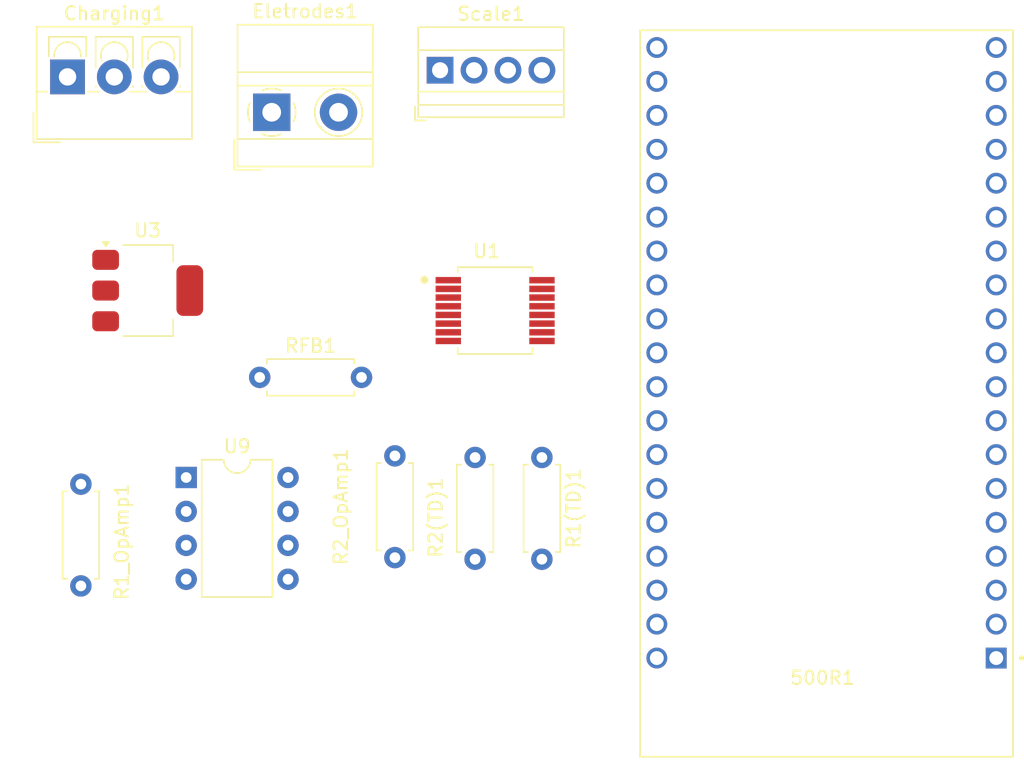
<source format=kicad_pcb>
(kicad_pcb (version 20240108) (generator "pcbnew") (generator_version "8.0")
  (layers (0 "F.Cu" signal) (31 "B.Cu" power) (34 "B.Paste" user) (35 "F.Paste" user) (36 "B.SilkS" user "B.Silkscreen") (37 "F.SilkS" user "F.Silkscreen") (38 "B.Mask" user) (39 "F.Mask" user) (44 "Edge.Cuts" user))
  (net 0 "")
  (net 1 "Net-(U1-RFB)")
  (net 2 "Eletrode 2(receiver)")
  (net 3 "Eletrode 1(transmitter)")
  (net 4 "Vout(OpAmp)")
  (net 5 "DT_HX711")
  (net 6 "+9V")
  (net 7 "CLK_HX711")
  (net 8 "GND")
  (net 9 "-9V")
  (net 10 "VDD")
  (net 11 "Net-(U9-+)")
  (net 12 "Net-(U9--)")
  (net 16 "SCL")
  (net 17 "SDA")
  (footprint "Package_DIP:DIP-8_W7.62mm" (layer "F.Cu") (at 92.88 89)
    (property "Reference" "U9" (at 3.81 -2.33 0) (layer "F.SilkS"))
    (property "Value" "TL081")
    (fp_line (start 1.16 -1.33) (end 1.16 8.95) (stroke (width 0.12)) (layer "F.SilkS"))
    (fp_line (start 1.16 8.95) (end 6.46 8.95) (stroke (width 0.12)) (layer "F.SilkS"))
    (fp_line (start 2.81 -1.33) (end 1.16 -1.33) (stroke (width 0.12)) (layer "F.SilkS"))
    (fp_line (start 6.46 -1.33) (end 4.81 -1.33) (stroke (width 0.12)) (layer "F.SilkS"))
    (fp_line (start 6.46 8.95) (end 6.46 -1.33) (stroke (width 0.12)) (layer "F.SilkS"))
    (fp_arc (start 4.81 -1.33) (mid 3.81 -0.33) (end 2.81 -1.33) (stroke (width 0.12)) (layer "F.SilkS"))
    (pad "1" thru_hole rect (at 0 0) (size 1.6 1.6) (drill 0.8) (layers "*.Cu" "*.Mask"))
    (pad "2" thru_hole oval (at 0 2.54) (size 1.6 1.6) (drill 0.8) (layers "*.Cu" "*.Mask") (net 12 "Net-(U9--)"))
    (pad "3" thru_hole oval (at 0 5.08) (size 1.6 1.6) (drill 0.8) (layers "*.Cu" "*.Mask") (net 11 "Net-(U9-+)"))
    (pad "4" thru_hole oval (at 0 7.62) (size 1.6 1.6) (drill 0.8) (layers "*.Cu" "*.Mask") (net 9 "-9V"))
    (pad "5" thru_hole oval (at 7.62 7.62) (size 1.6 1.6) (drill 0.8) (layers "*.Cu" "*.Mask"))
    (pad "6" thru_hole oval (at 7.62 5.08) (size 1.6 1.6) (drill 0.8) (layers "*.Cu" "*.Mask") (net 4 "Vout(OpAmp)"))
    (pad "7" thru_hole oval (at 7.62 2.54) (size 1.6 1.6) (drill 0.8) (layers "*.Cu" "*.Mask") (net 6 "+9V"))
    (pad "8" thru_hole oval (at 7.62 0) (size 1.6 1.6) (drill 0.8) (layers "*.Cu" "*.Mask"))
  )
  (footprint "Resistor_THT:R_Axial_DIN0207_L6.3mm_D2.5mm_P7.62mm_Horizontal" (layer "F.Cu") (at 98.38 81.5)
    (property "Reference" "RFB1" (at 3.81 -2.37 0) (layer "F.SilkS"))
    (property "Value" "500R")
    (fp_line (start 0.54 -1.37) (end 7.08 -1.37) (stroke (width 0.12)) (layer "F.SilkS"))
    (fp_line (start 0.54 -1.04) (end 0.54 -1.37) (stroke (width 0.12)) (layer "F.SilkS"))
    (fp_line (start 0.54 1.04) (end 0.54 1.37) (stroke (width 0.12)) (layer "F.SilkS"))
    (fp_line (start 0.54 1.37) (end 7.08 1.37) (stroke (width 0.12)) (layer "F.SilkS"))
    (fp_line (start 7.08 -1.37) (end 7.08 -1.04) (stroke (width 0.12)) (layer "F.SilkS"))
    (fp_line (start 7.08 1.37) (end 7.08 1.04) (stroke (width 0.12)) (layer "F.SilkS"))
    (pad "1" thru_hole circle (at 0 0) (size 1.6 1.6) (drill 0.8) (layers "*.Cu" "*.Mask") (net 1 "Net-(U1-RFB)"))
    (pad "2" thru_hole oval (at 7.62 0) (size 1.6 1.6) (drill 0.8) (layers "*.Cu" "*.Mask") (net 2 "Eletrode 2(receiver)"))
  )
  (footprint "AD5933:SOP65P780X200-16N" (layer "F.Cu") (at 116 76.5)
    (property "Reference" "U1" (at -0.63514 -4.44604 0) (layer "F.SilkS") (effects (font (size 1.000236 1.000236))))
    (property "Value" "AD5933")
    (fp_line (start -2.8 -3.25) (end 2.8 -3.25) (stroke (width 0.127)) (layer "F.SilkS"))
    (fp_line (start -2.8 -2.9) (end -2.8 -3.25) (stroke (width 0.127)) (layer "F.SilkS"))
    (fp_line (start -2.8 3.25) (end -2.8 2.8) (stroke (width 0.127)) (layer "F.SilkS"))
    (fp_line (start -2.8 3.25) (end 2.8 3.25) (stroke (width 0.127)) (layer "F.SilkS"))
    (fp_line (start 2.8 -3.25) (end 2.8 -2.9) (stroke (width 0.127)) (layer "F.SilkS"))
    (fp_line (start 2.8 3.25) (end 2.8 2.8) (stroke (width 0.127)) (layer "F.SilkS"))
    (fp_circle (center -5.3 -2.3) (end -5.15 -2.3) (stroke (width 0.3)) (fill none) (layer "F.SilkS"))
    (pad "1" smd rect (at -3.505 -2.275) (size 1.9 0.48) (layers "F.Cu" "F.Paste" "F.Mask"))
    (pad "2" smd rect (at -3.505 -1.625) (size 1.9 0.48) (layers "F.Cu" "F.Paste" "F.Mask"))
    (pad "3" smd rect (at -3.505 -0.975) (size 1.9 0.48) (layers "F.Cu" "F.Paste" "F.Mask"))
    (pad "4" smd rect (at -3.505 -0.325) (size 1.9 0.48) (layers "F.Cu" "F.Paste" "F.Mask") (net 1 "Net-(U1-RFB)"))
    (pad "5" smd rect (at -3.505 0.325) (size 1.9 0.48) (layers "F.Cu" "F.Paste" "F.Mask") (net 2 "Eletrode 2(receiver)"))
    (pad "6" smd rect (at -3.505 0.975) (size 1.9 0.48) (layers "F.Cu" "F.Paste" "F.Mask") (net 3 "Eletrode 1(transmitter)"))
    (pad "7" smd rect (at -3.505 1.625) (size 1.9 0.48) (layers "F.Cu" "F.Paste" "F.Mask"))
    (pad "8" smd rect (at -3.505 2.275) (size 1.9 0.48) (layers "F.Cu" "F.Paste" "F.Mask"))
    (pad "9" smd rect (at 3.505 2.275) (size 1.9 0.48) (layers "F.Cu" "F.Paste" "F.Mask") (net 10 "VDD"))
    (pad "10" smd rect (at 3.505 1.625) (size 1.9 0.48) (layers "F.Cu" "F.Paste" "F.Mask") (net 10 "VDD"))
    (pad "11" smd rect (at 3.505 0.975) (size 1.9 0.48) (layers "F.Cu" "F.Paste" "F.Mask") (net 10 "VDD"))
    (pad "12" smd rect (at 3.505 0.325) (size 1.9 0.48) (layers "F.Cu" "F.Paste" "F.Mask") (net 8 "GND"))
    (pad "13" smd rect (at 3.505 -0.325) (size 1.9 0.48) (layers "F.Cu" "F.Paste" "F.Mask") (net 8 "GND"))
    (pad "14" smd rect (at 3.505 -0.975) (size 1.9 0.48) (layers "F.Cu" "F.Paste" "F.Mask") (net 8 "GND"))
    (pad "15" smd rect (at 3.505 -1.625) (size 1.9 0.48) (layers "F.Cu" "F.Paste" "F.Mask") (net 17 "SDA"))
    (pad "16" smd rect (at 3.505 -2.275) (size 1.9 0.48) (layers "F.Cu" "F.Paste" "F.Mask") (net 16 "SCL"))
  )
  (footprint "TerminalBlock_4Ucon:TerminalBlock_4Ucon_1x03_P3.50mm_Vertical" (layer "F.Cu") (at 84 59)
    (property "Reference" "Charging1" (at 3.5 -4.76 0) (layer "F.SilkS"))
    (property "Value" "Screw_Terminal_01x03")
    (fp_line (start -2.55 2.66) (end -2.55 4.9) (stroke (width 0.12)) (layer "F.SilkS"))
    (fp_line (start -2.55 4.9) (end -0.55 4.9) (stroke (width 0.12)) (layer "F.SilkS"))
    (fp_line (start -2.31 -3.76) (end -2.31 4.66) (stroke (width 0.12)) (layer "F.SilkS"))
    (fp_line (start -2.31 -3.76) (end 9.31 -3.76) (stroke (width 0.12)) (layer "F.SilkS"))
    (fp_line (start -2.31 1.101) (end -1.54 1.101) (stroke (width 0.12)) (layer "F.SilkS"))
    (fp_line (start -2.31 4.66) (end 9.31 4.66) (stroke (width 0.12)) (layer "F.SilkS"))
    (fp_line (start -1.4 -3) (end -1.4 -1.54) (stroke (width 0.12)) (layer "F.SilkS"))
    (fp_line (start -1.4 -3) (end 1.4 -3) (stroke (width 0.12)) (layer "F.SilkS"))
    (fp_line (start 1.4 -3) (end 1.4 -1.54) (stroke (width 0.12)) (layer "F.SilkS"))
    (fp_line (start 1.54 1.101) (end 2.367 1.101) (stroke (width 0.12)) (layer "F.SilkS"))
    (fp_line (start 2.1 -3) (end 2.1 -0.689) (stroke (width 0.12)) (layer "F.SilkS"))
    (fp_line (start 2.1 -3) (end 4.9 -3) (stroke (width 0.12)) (layer "F.SilkS"))
    (fp_line (start 2.1 0.689) (end 2.1 0.75) (stroke (width 0.12)) (layer "F.SilkS"))
    (fp_line (start 2.1 0.75) (end 2.101 0.75) (stroke (width 0.12)) (layer "F.SilkS"))
    (fp_line (start 4.634 1.101) (end 5.867 1.101) (stroke (width 0.12)) (layer "F.SilkS"))
    (fp_line (start 4.9 -3) (end 4.9 -0.689) (stroke (width 0.12)) (layer "F.SilkS"))
    (fp_line (start 4.9 0.689) (end 4.9 0.75) (stroke (width 0.12)) (layer "F.SilkS"))
    (fp_line (start 4.9 0.75) (end 4.9 0.75) (stroke (width 0.12)) (layer "F.SilkS"))
    (fp_line (start 5.6 -3) (end 5.6 -0.689) (stroke (width 0.12)) (layer "F.SilkS"))
    (fp_line (start 5.6 -3) (end 8.4 -3) (stroke (width 0.12)) (layer "F.SilkS"))
    (fp_line (start 5.6 0.689) (end 5.6 0.75) (stroke (width 0.12)) (layer "F.SilkS"))
    (fp_line (start 5.6 0.75) (end 5.601 0.75) (stroke (width 0.12)) (layer "F.SilkS"))
    (fp_line (start 8.134 1.101) (end 9.31 1.101) (stroke (width 0.12)) (layer "F.SilkS"))
    (fp_line (start 8.4 -3) (end 8.4 -0.689) (stroke (width 0.12)) (layer "F.SilkS"))
    (fp_line (start 8.4 0.689) (end 8.4 0.75) (stroke (width 0.12)) (layer "F.SilkS"))
    (fp_line (start 8.4 0.75) (end 8.4 0.75) (stroke (width 0.12)) (layer "F.SilkS"))
    (fp_line (start 9.31 -3.76) (end 9.31 4.66) (stroke (width 0.12)) (layer "F.SilkS"))
    (fp_arc (start -0.99789 -1.529434) (mid -0.000785 -2.600382) (end 0.998 -1.531) (stroke (width 0.12)) (layer "F.SilkS"))
    (fp_arc (start 2.560085 -1.257767) (mid 3.499876 -2.600282) (end 4.44 -1.258) (stroke (width 0.12)) (layer "F.SilkS"))
    (fp_arc (start 6.060085 -1.257767) (mid 6.999876 -2.600282) (end 7.94 -1.258) (stroke (width 0.12)) (layer "F.SilkS"))
    (pad "1" thru_hole rect (at 0 0) (size 2.6 2.6) (drill 1.3) (layers "*.Cu" "*.Mask") (net 6 "+9V"))
    (pad "2" thru_hole circle (at 3.5 0) (size 2.6 2.6) (drill 1.3) (layers "*.Cu" "*.Mask") (net 8 "GND"))
    (pad "3" thru_hole circle (at 7 0) (size 2.6 2.6) (drill 1.3) (layers "*.Cu" "*.Mask") (net 9 "-9V"))
  )
  (footprint "Package_TO_SOT_SMD:SOT-223-3_TabPin2" (layer "F.Cu") (at 90 75)
    (property "Reference" "U3" (at 0 -4.5 0) (layer "F.SilkS"))
    (property "Value" "AMS1117-2.85")
    (fp_line (start -1.85 -3.41) (end 1.91 -3.41) (stroke (width 0.12)) (layer "F.SilkS"))
    (fp_line (start -1.85 3.41) (end 1.91 3.41) (stroke (width 0.12)) (layer "F.SilkS"))
    (fp_line (start 1.91 -3.41) (end 1.91 -2.15) (stroke (width 0.12)) (layer "F.SilkS"))
    (fp_line (start 1.91 3.41) (end 1.91 2.15) (stroke (width 0.12)) (layer "F.SilkS"))
    (fp_poly (pts (xy -3.13 -3.31) (xy -3.37 -3.64) (xy -2.89 -3.64) (xy -3.13 -3.31)) (stroke (width 0.12)) (fill solid) (layer "F.SilkS"))
    (pad "1" smd roundrect (at -3.15 -2.3) (size 2 1.5) (layers "F.Cu" "F.Paste" "F.Mask") (net 8 "GND"))
    (pad "2" smd roundrect (at -3.15 0) (size 2 1.5) (layers "F.Cu" "F.Paste" "F.Mask") (net 10 "VDD"))
    (pad "2" smd roundrect (at 3.15 0) (size 2 3.8) (layers "F.Cu" "F.Paste" "F.Mask") (net 10 "VDD"))
    (pad "3" smd roundrect (at -3.15 2.3) (size 2 1.5) (layers "F.Cu" "F.Paste" "F.Mask") (net 6 "+9V"))
  )
  (footprint "TerminalBlock_MetzConnect:TerminalBlock_MetzConnect_Type011_RT05502HBWC_1x02_P5.00mm_Horizontal" (layer "F.Cu") (at 99.28 61.65)
    (property "Reference" "Eletrodes1" (at 2.5 -7.56 0) (layer "F.SilkS"))
    (property "Value" "Screw_Terminal_01x02")
    (fp_line (start -2.8 2.06) (end -2.8 4.3) (stroke (width 0.12)) (layer "F.SilkS"))
    (fp_line (start -2.8 4.3) (end -0.8 4.3) (stroke (width 0.12)) (layer "F.SilkS"))
    (fp_line (start -2.56 -6.56) (end -2.56 4.06) (stroke (width 0.12)) (layer "F.SilkS"))
    (fp_line (start -2.56 -6.56) (end 7.56 -6.56) (stroke (width 0.12)) (layer "F.SilkS"))
    (fp_line (start -2.56 -3) (end 7.56 -3) (stroke (width 0.12)) (layer "F.SilkS"))
    (fp_line (start -2.56 -2) (end 7.56 -2) (stroke (width 0.12)) (layer "F.SilkS"))
    (fp_line (start -2.56 2) (end 7.56 2) (stroke (width 0.12)) (layer "F.SilkS"))
    (fp_line (start -2.56 4.06) (end 7.56 4.06) (stroke (width 0.12)) (layer "F.SilkS"))
    (fp_line (start 3.7 1.083) (end 3.65 1.133) (stroke (width 0.12)) (layer "F.SilkS"))
    (fp_line (start 3.892 1.325) (end 3.868 1.35) (stroke (width 0.12)) (layer "F.SilkS"))
    (fp_line (start 6.133 -1.35) (end 6.108 -1.326) (stroke (width 0.12)) (layer "F.SilkS"))
    (fp_line (start 6.35 -1.133) (end 6.301 -1.083) (stroke (width 0.12)) (layer "F.SilkS"))
    (fp_line (start 7.56 -6.56) (end 7.56 4.06) (stroke (width 0.12)) (layer "F.SilkS"))
    (fp_arc (start -1.639206 0.695516) (mid -1.780657 -0.000263) (end -1.639 -0.696) (stroke (width 0.12)) (layer "F.SilkS"))
    (fp_arc (start -0.695516 -1.639206) (mid 0.000263 -1.780657) (end 0.696 -1.639) (stroke (width 0.12)) (layer "F.SilkS"))
    (fp_arc (start 0.030814 1.78039) (mid -0.340023 1.747891) (end -0.696 1.639) (stroke (width 0.12)) (layer "F.SilkS"))
    (fp_arc (start 0.695501 1.638499) (mid 0.354875 1.744266) (end 0 1.78) (stroke (width 0.12)) (layer "F.SilkS"))
    (fp_arc (start 1.639206 -0.695516) (mid 1.780657 0.000263) (end 1.639 0.696) (stroke (width 0.12)) (layer "F.SilkS"))
    (fp_circle (center 5 0) (end 6.78 0) (stroke (width 0.12)) (fill none) (layer "F.SilkS"))
    (pad "1" thru_hole rect (at 0 0) (size 2.8 2.8) (drill 1.4) (layers "*.Cu" "*.Mask") (net 3 "Eletrode 1(transmitter)"))
    (pad "2" thru_hole circle (at 5 0) (size 2.8 2.8) (drill 1.4) (layers "*.Cu" "*.Mask") (net 2 "Eletrode 2(receiver)"))
  )
  (footprint "Resistor_THT:R_Axial_DIN0207_L6.3mm_D2.5mm_P7.62mm_Horizontal" (layer "F.Cu") (at 114.5 95.12 90)
    (property "Reference" "R2(TD)1" (at 3.12 -2.95 90) (layer "F.SilkS"))
    (property "Value" "20kR")
    (fp_line (start 7.08 -1.37) (end 7.08 -1.04) (stroke (width 0.12)) (layer "F.SilkS"))
    (fp_line (start 0.54 -1.37) (end 7.08 -1.37) (stroke (width 0.12)) (layer "F.SilkS"))
    (fp_line (start 0.54 -1.04) (end 0.54 -1.37) (stroke (width 0.12)) (layer "F.SilkS"))
    (fp_line (start 0.54 1.04) (end 0.54 1.37) (stroke (width 0.12)) (layer "F.SilkS"))
    (fp_line (start 7.08 1.37) (end 7.08 1.04) (stroke (width 0.12)) (layer "F.SilkS"))
    (fp_line (start 0.54 1.37) (end 7.08 1.37) (stroke (width 0.12)) (layer "F.SilkS"))
    (pad "1" thru_hole circle (at 0 0 90) (size 1.6 1.6) (drill 0.8) (layers "*.Cu" "*.Mask") (net 11 "Net-(U9-+)"))
    (pad "2" thru_hole oval (at 7.62 0 90) (size 1.6 1.6) (drill 0.8) (layers "*.Cu" "*.Mask") (net 8 "GND"))
  )
  (footprint "Resistor_THT:R_Axial_DIN0207_L6.3mm_D2.5mm_P7.62mm_Horizontal" (layer "F.Cu") (at 108.5 95 90)
    (property "Reference" "R2_OpAmp1" (at 3.81 -4.05 90) (layer "F.SilkS"))
    (property "Value" "R")
    (fp_line (start 7.08 -1.37) (end 7.08 -1.04) (stroke (width 0.12)) (layer "F.SilkS"))
    (fp_line (start 0.54 -1.37) (end 7.08 -1.37) (stroke (width 0.12)) (layer "F.SilkS"))
    (fp_line (start 0.54 -1.04) (end 0.54 -1.37) (stroke (width 0.12)) (layer "F.SilkS"))
    (fp_line (start 0.54 1.04) (end 0.54 1.37) (stroke (width 0.12)) (layer "F.SilkS"))
    (fp_line (start 7.08 1.37) (end 7.08 1.04) (stroke (width 0.12)) (layer "F.SilkS"))
    (fp_line (start 0.54 1.37) (end 7.08 1.37) (stroke (width 0.12)) (layer "F.SilkS"))
    (pad "1" thru_hole circle (at 0 0 90) (size 1.6 1.6) (drill 0.8) (layers "*.Cu" "*.Mask") (net 12 "Net-(U9--)"))
    (pad "2" thru_hole oval (at 7.62 0 90) (size 1.6 1.6) (drill 0.8) (layers "*.Cu" "*.Mask") (net 3 "Eletrode 1(transmitter)"))
  )
  (footprint "ESP32-DEVKITC-32D:MODULE_ESP32-DEVKITC-32D" (layer "F.Cu") (at 140.8 82.76 180)
    (property "Reference" "500R1" (at 0.3 -21.24 0) (layer "F.SilkS") (effects (font (size 1.000386 1.000386))))
    (property "Value" "ESP32-DEVKITC-32D")
    (fp_line (start 13.95 27.25) (end -13.95 27.25) (stroke (width 0.127)) (layer "F.SilkS"))
    (fp_line (start 13.95 -27.15) (end 13.95 27.25) (stroke (width 0.127)) (layer "F.SilkS"))
    (fp_line (start -13.95 27.25) (end -13.95 -27.15) (stroke (width 0.127)) (layer "F.SilkS"))
    (fp_line (start -13.95 -27.15) (end 13.95 -27.15) (stroke (width 0.127)) (layer "F.SilkS"))
    (fp_circle (center -14.6 -19.76) (end -14.5 -19.76) (stroke (width 0.2)) (fill none) (layer "F.SilkS"))
    (pad "J2-1" thru_hole rect (at -12.7 -19.76 180) (size 1.56 1.56) (drill 1.04) (layers "*.Cu" "*.Mask") (net 10 "VDD"))
    (pad "J2-2" thru_hole circle (at -12.7 -17.22 180) (size 1.56 1.56) (drill 1.04) (layers "*.Cu" "*.Mask"))
    (pad "J2-3" thru_hole circle (at -12.7 -14.68 180) (size 1.56 1.56) (drill 1.04) (layers "*.Cu" "*.Mask"))
    (pad "J2-4" thru_hole circle (at -12.7 -12.14 180) (size 1.56 1.56) (drill 1.04) (layers "*.Cu" "*.Mask"))
    (pad "J2-5" thru_hole circle (at -12.7 -9.6 180) (size 1.56 1.56) (drill 1.04) (layers "*.Cu" "*.Mask"))
    (pad "J2-6" thru_hole circle (at -12.7 -7.06 180) (size 1.56 1.56) (drill 1.04) (layers "*.Cu" "*.Mask"))
    (pad "J2-7" thru_hole circle (at -12.7 -4.52 180) (size 1.56 1.56) (drill 1.04) (layers "*.Cu" "*.Mask"))
    (pad "J2-8" thru_hole circle (at -12.7 -1.98 180) (size 1.56 1.56) (drill 1.04) (layers "*.Cu" "*.Mask"))
    (pad "J2-9" thru_hole circle (at -12.7 0.56 180) (size 1.56 1.56) (drill 1.04) (layers "*.Cu" "*.Mask"))
    (pad "J2-10" thru_hole circle (at -12.7 3.1 180) (size 1.56 1.56) (drill 1.04) (layers "*.Cu" "*.Mask"))
    (pad "J2-11" thru_hole circle (at -12.7 5.64 180) (size 1.56 1.56) (drill 1.04) (layers "*.Cu" "*.Mask"))
    (pad "J2-12" thru_hole circle (at -12.7 8.18 180) (size 1.56 1.56) (drill 1.04) (layers "*.Cu" "*.Mask"))
    (pad "J2-13" thru_hole circle (at -12.7 10.72 180) (size 1.56 1.56) (drill 1.04) (layers "*.Cu" "*.Mask"))
    (pad "J2-14" thru_hole circle (at -12.7 13.26 180) (size 1.56 1.56) (drill 1.04) (layers "*.Cu" "*.Mask"))
    (pad "J2-15" thru_hole circle (at -12.7 15.8 180) (size 1.56 1.56) (drill 1.04) (layers "*.Cu" "*.Mask"))
    (pad "J2-16" thru_hole circle (at -12.7 18.34 180) (size 1.56 1.56) (drill 1.04) (layers "*.Cu" "*.Mask"))
    (pad "J2-17" thru_hole circle (at -12.7 20.88 180) (size 1.56 1.56) (drill 1.04) (layers "*.Cu" "*.Mask"))
    (pad "J2-18" thru_hole circle (at -12.7 23.42 180) (size 1.56 1.56) (drill 1.04) (layers "*.Cu" "*.Mask"))
    (pad "J2-19" thru_hole circle (at -12.7 25.96 180) (size 1.56 1.56) (drill 1.04) (layers "*.Cu" "*.Mask"))
    (pad "J3-1" thru_hole circle (at 12.7 -19.76 180) (size 1.56 1.56) (drill 1.04) (layers "*.Cu" "*.Mask") (net 8 "GND"))
    (pad "J3-2" thru_hole circle (at 12.7 -17.22 180) (size 1.56 1.56) (drill 1.04) (layers "*.Cu" "*.Mask") (net 16 "SCL"))
    (pad "J3-3" thru_hole circle (at 12.7 -14.68 180) (size 1.56 1.56) (drill 1.04) (layers "*.Cu" "*.Mask"))
    (pad "J3-4" thru_hole circle (at 12.7 -12.14 180) (size 1.56 1.56) (drill 1.04) (layers "*.Cu" "*.Mask"))
    (pad "J3-5" thru_hole circle (at 12.7 -9.6 180) (size 1.56 1.56) (drill 1.04) (layers "*.Cu" "*.Mask"))
    (pad "J3-6" thru_hole circle (at 12.7 -7.06 180) (size 1.56 1.56) (drill 1.04) (layers "*.Cu" "*.Mask") (net 17 "SDA"))
    (pad "J3-7" thru_hole circle (at 12.7 -4.52 180) (size 1.56 1.56) (drill 1.04) (layers "*.Cu" "*.Mask"))
    (pad "J3-8" thru_hole circle (at 12.7 -1.98 180) (size 1.56 1.56) (drill 1.04) (layers "*.Cu" "*.Mask"))
    (pad "J3-9" thru_hole circle (at 12.7 0.56 180) (size 1.56 1.56) (drill 1.04) (layers "*.Cu" "*.Mask"))
    (pad "J3-10" thru_hole circle (at 12.7 3.1 180) (size 1.56 1.56) (drill 1.04) (layers "*.Cu" "*.Mask"))
    (pad "J3-11" thru_hole circle (at 12.7 5.64 180) (size 1.56 1.56) (drill 1.04) (layers "*.Cu" "*.Mask"))
    (pad "J3-12" thru_hole circle (at 12.7 8.18 180) (size 1.56 1.56) (drill 1.04) (layers "*.Cu" "*.Mask") (net 5 "DT_HX711"))
    (pad "J3-13" thru_hole circle (at 12.7 10.72 180) (size 1.56 1.56) (drill 1.04) (layers "*.Cu" "*.Mask") (net 7 "CLK_HX711"))
    (pad "J3-14" thru_hole circle (at 12.7 13.26 180) (size 1.56 1.56) (drill 1.04) (layers "*.Cu" "*.Mask"))
    (pad "J3-15" thru_hole circle (at 12.7 15.8 180) (size 1.56 1.56) (drill 1.04) (layers "*.Cu" "*.Mask"))
    (pad "J3-16" thru_hole circle (at 12.7 18.34 180) (size 1.56 1.56) (drill 1.04) (layers "*.Cu" "*.Mask"))
    (pad "J3-17" thru_hole circle (at 12.7 20.88 180) (size 1.56 1.56) (drill 1.04) (layers "*.Cu" "*.Mask"))
    (pad "J3-18" thru_hole circle (at 12.7 23.42 180) (size 1.56 1.56) (drill 1.04) (layers "*.Cu" "*.Mask"))
    (pad "J3-19" thru_hole circle (at 12.7 25.96 180) (size 1.56 1.56) (drill 1.04) (layers "*.Cu" "*.Mask"))
  )
  (footprint "TerminalBlock:TerminalBlock_Xinya_XY308-2.54-4P_1x04_P2.54mm_Horizontal" (layer "F.Cu") (at 111.88 58.5)
    (property "Reference" "Scale1" (at 3.81 -4.22 0) (layer "F.SilkS"))
    (property "Value" "Screw_Terminal_01x04")
    (fp_line (start -1.88 2.72) (end -1.88 3.76) (stroke (width 0.12)) (layer "F.SilkS"))
    (fp_line (start -1.88 3.76) (end -1.08 3.76) (stroke (width 0.12)) (layer "F.SilkS"))
    (fp_line (start -1.64 -3.22) (end -1.64 3.52) (stroke (width 0.12)) (layer "F.SilkS"))
    (fp_line (start -1.64 -3.22) (end 9.26 -3.22) (stroke (width 0.12)) (layer "F.SilkS"))
    (fp_line (start -1.64 -1.501) (end 9.26 -1.501) (stroke (width 0.12)) (layer "F.SilkS"))
    (fp_line (start -1.64 1.6) (end 9.26 1.6) (stroke (width 0.12)) (layer "F.SilkS"))
    (fp_line (start -1.64 2.6) (end 9.26 2.6) (stroke (width 0.12)) (layer "F.SilkS"))
    (fp_line (start -1.64 3.52) (end 9.26 3.52) (stroke (width 0.12)) (layer "F.SilkS"))
    (fp_line (start 9.26 -3.22) (end 9.26 3.52) (stroke (width 0.12)) (layer "F.SilkS"))
    (pad "1" thru_hole rect (at 0 0) (size 2 2) (drill 1.2) (layers "*.Cu" "*.Mask") (net 7 "CLK_HX711"))
    (pad "2" thru_hole circle (at 2.54 0) (size 2 2) (drill 1.2) (layers "*.Cu" "*.Mask") (net 5 "DT_HX711"))
    (pad "3" thru_hole circle (at 5.08 0) (size 2 2) (drill 1.2) (layers "*.Cu" "*.Mask") (net 8 "GND"))
    (pad "4" thru_hole circle (at 7.62 0) (size 2 2) (drill 1.2) (layers "*.Cu" "*.Mask") (net 10 "VDD"))
  )
  (footprint "Resistor_THT:R_Axial_DIN0207_L6.3mm_D2.5mm_P7.62mm_Horizontal" (layer "F.Cu") (at 85 89.5 -90)
    (property "Reference" "R1_OpAmp1" (at 4.31 -3.05 90) (layer "F.SilkS"))
    (property "Value" "R")
    (fp_line (start 0.54 1.37) (end 7.08 1.37) (stroke (width 0.12)) (layer "F.SilkS"))
    (fp_line (start 7.08 1.37) (end 7.08 1.04) (stroke (width 0.12)) (layer "F.SilkS"))
    (fp_line (start 0.54 1.04) (end 0.54 1.37) (stroke (width 0.12)) (layer "F.SilkS"))
    (fp_line (start 0.54 -1.04) (end 0.54 -1.37) (stroke (width 0.12)) (layer "F.SilkS"))
    (fp_line (start 0.54 -1.37) (end 7.08 -1.37) (stroke (width 0.12)) (layer "F.SilkS"))
    (fp_line (start 7.08 -1.37) (end 7.08 -1.04) (stroke (width 0.12)) (layer "F.SilkS"))
    (pad "1" thru_hole circle (at 0 0 270) (size 1.6 1.6) (drill 0.8) (layers "*.Cu" "*.Mask") (net 12 "Net-(U9--)"))
    (pad "2" thru_hole oval (at 7.62 0 270) (size 1.6 1.6) (drill 0.8) (layers "*.Cu" "*.Mask") (net 4 "Vout(OpAmp)"))
  )
  (footprint "Resistor_THT:R_Axial_DIN0207_L6.3mm_D2.5mm_P7.62mm_Horizontal" (layer "F.Cu") (at 119.5 87.5 -90)
    (property "Reference" "R1(TD)1" (at 3.81 -2.37 90) (layer "F.SilkS"))
    (property "Value" "20kR")
    (fp_line (start 0.54 1.37) (end 7.08 1.37) (stroke (width 0.12)) (layer "F.SilkS"))
    (fp_line (start 7.08 1.37) (end 7.08 1.04) (stroke (width 0.12)) (layer "F.SilkS"))
    (fp_line (start 0.54 1.04) (end 0.54 1.37) (stroke (width 0.12)) (layer "F.SilkS"))
    (fp_line (start 0.54 -1.04) (end 0.54 -1.37) (stroke (width 0.12)) (layer "F.SilkS"))
    (fp_line (start 0.54 -1.37) (end 7.08 -1.37) (stroke (width 0.12)) (layer "F.SilkS"))
    (fp_line (start 7.08 -1.37) (end 7.08 -1.04) (stroke (width 0.12)) (layer "F.SilkS"))
    (pad "1" thru_hole circle (at 0 0 270) (size 1.6 1.6) (drill 0.8) (layers "*.Cu" "*.Mask") (net 10 "VDD"))
    (pad "2" thru_hole oval (at 7.62 0 270) (size 1.6 1.6) (drill 0.8) (layers "*.Cu" "*.Mask") (net 11 "Net-(U9-+)"))
  )
)
</source>
